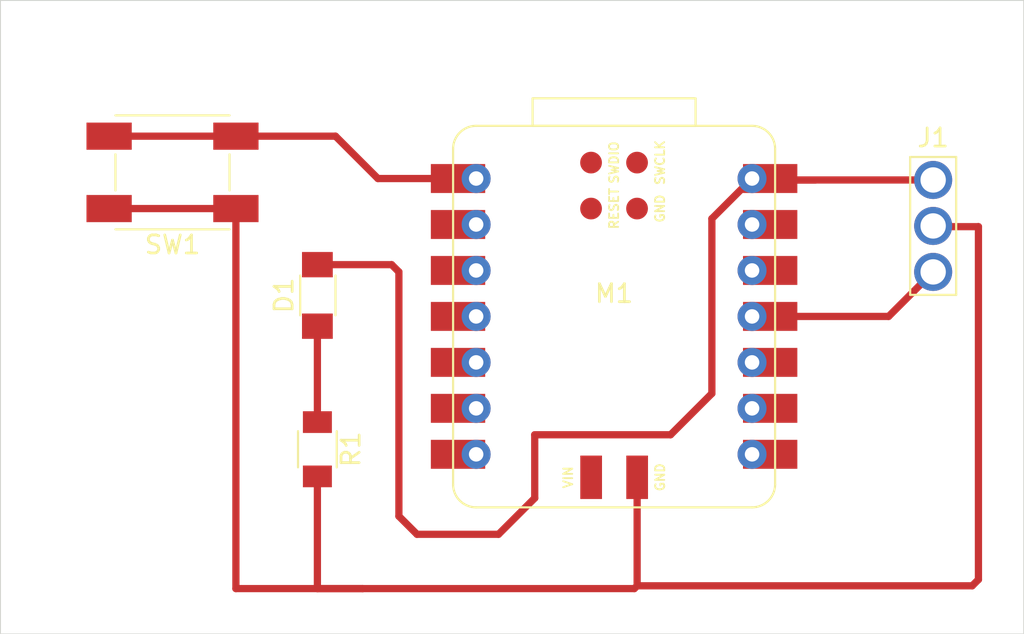
<source format=kicad_pcb>
(kicad_pcb (version 20241229) (generator "pcbnew") (generator_version "9.0")
  (layers (0 "F.Cu" signal) (2 "B.Cu" signal) (13 "F.Paste" user) (15 "B.Paste" user) (5 "F.SilkS" user "F.Silkscreen") (7 "B.SilkS" user "B.Silkscreen") (1 "F.Mask" user) (3 "B.Mask" user) (25 "Edge.Cuts" user))
  (net 0 "")
  (net 1 "Net-(D1-K)")
  (net 2 "Net-(D1-A)")
  (net 3 "Net-(J1-Pin_3)")
  (net 4 "Net-(J1-Pin_2)")
  (net 19 "Net-(M1-D0)")
  (net 21 "unconnected-(M1-GND-Pad13)")
  (footprint "fab:R_1206" (layer "F.Cu") (at 107.5 89.8 -90)
    (property "Reference" "R1" (at 0 -1.85 90) (layer "F.SilkS"))
    (property "Value" "220")
    (fp_line (start 1 1.07) (end -1 1.07) (stroke (width 0.12)) (layer "F.SilkS"))
    (fp_line (start -1 -1.07) (end 1 -1.07) (stroke (width 0.12)) (layer "F.SilkS"))
    (pad "1" smd rect (at -1.5 0 270) (size 1.2 1.6) (layers "F.Cu" "F.Mask" "F.Paste") (net 1 "Net-(D1-K)"))
    (pad "2" smd rect (at 1.5 0 270) (size 1.2 1.6) (layers "F.Cu" "F.Mask" "F.Paste") (net 4 "Net-(J1-Pin_2)"))
  )
  (footprint "fab:LED_1206" (layer "F.Cu") (at 107.5 81.3 90)
    (property "Reference" "D1" (at 0 -1.85 90) (layer "F.SilkS"))
    (property "Value" "LED_1206")
    (fp_line (start -1.1 -0.95) (end 1.1 -0.95) (stroke (width 0.12)) (layer "F.SilkS"))
    (fp_line (start -1.1 1) (end 1.1 1) (stroke (width 0.12)) (layer "F.SilkS"))
    (pad "1" smd rect (at -1.7 0 90) (size 1.4 1.7) (layers "F.Cu" "F.Mask" "F.Paste") (net 1 "Net-(D1-K)"))
    (pad "2" smd rect (at 1.7 0 90) (size 1.4 1.7) (layers "F.Cu" "F.Mask" "F.Paste") (net 2 "Net-(D1-A)"))
  )
  (footprint "fab:PinHeader_01x03_P2.54mm_Vertical_THT_D1.4mm" (layer "F.Cu") (at 141.5 74.92)
    (property "Reference" "J1" (at 0 -2.33 0) (layer "F.SilkS"))
    (property "Value" "Connector")
    (fp_line (start -1.27 -1.27) (end -1.27 6.35) (stroke (width 0.12)) (layer "F.SilkS"))
    (fp_line (start -1.27 -1.27) (end 1.27 -1.27) (stroke (width 0.12)) (layer "F.SilkS"))
    (fp_line (start -1.27 6.35) (end 1.27 6.35) (stroke (width 0.12)) (layer "F.SilkS"))
    (fp_line (start 1.27 -1.27) (end 1.27 6.35) (stroke (width 0.12)) (layer "F.SilkS"))
    (pad "1" thru_hole circle (at 0 0) (size 2.1 2.1) (drill 1.4) (layers "*.Cu" "*.Mask") (net 2 "Net-(D1-A)"))
    (pad "2" thru_hole circle (at 0 2.54) (size 2.1 2.1) (drill 1.4) (layers "*.Cu" "*.Mask") (net 4 "Net-(J1-Pin_2)"))
    (pad "3" thru_hole circle (at 0 5.08) (size 2.1 2.1) (drill 1.4) (layers "*.Cu" "*.Mask") (net 3 "Net-(J1-Pin_3)"))
  )
  (footprint "fab:Button_Omron_B3SN_6.0x6.0mm" (layer "F.Cu") (at 99.5 74.5 180)
    (property "Reference" "SW1" (at 0 -4 0) (layer "F.SilkS"))
    (property "Value" "Switch_Tactile_Omron")
    (fp_line (start 3.15 3.15) (end -3.15 3.15) (stroke (width 0.12)) (layer "F.SilkS"))
    (fp_line (start 3.15 -1) (end 3.15 1) (stroke (width 0.12)) (layer "F.SilkS"))
    (fp_line (start -3.15 1) (end -3.15 -1) (stroke (width 0.12)) (layer "F.SilkS"))
    (fp_line (start -3.15 -3.15) (end 3.15 -3.15) (stroke (width 0.12)) (layer "F.SilkS"))
    (pad "1" smd rect (at -3.5 -2 180) (size 2.5 1.5) (layers "F.Cu" "F.Mask" "F.Paste") (net 4 "Net-(J1-Pin_2)"))
    (pad "1" smd rect (at 3.5 -2 180) (size 2.5 1.5) (layers "F.Cu" "F.Mask" "F.Paste") (net 4 "Net-(J1-Pin_2)"))
    (pad "2" smd rect (at -3.5 2 180) (size 2.5 1.5) (layers "F.Cu" "F.Mask" "F.Paste") (net 19 "Net-(M1-D0)"))
    (pad "2" smd rect (at 3.5 2 180) (size 2.5 1.5) (layers "F.Cu" "F.Mask" "F.Paste") (net 19 "Net-(M1-D0)"))
  )
  (footprint "fab:SeeedStudio_XIAO_RP2040" (layer "F.Cu") (at 123.88 82.46)
    (property "Reference" "M1" (at 0 -1.27 0) (layer "F.SilkS"))
    (property "Value" "Module_XIAO-RP2040")
    (fp_line (start -8.8875 9.281) (end -8.8875 -9.261) (stroke (width 0.12)) (layer "F.SilkS"))
    (fp_line (start -7.6175 -10.531) (end 7.6225 -10.531) (stroke (width 0.12)) (layer "F.SilkS"))
    (fp_line (start 7.6225 10.551) (end -7.6175 10.551) (stroke (width 0.12)) (layer "F.SilkS"))
    (fp_line (start 8.8925 -9.261) (end 8.8925 9.281) (stroke (width 0.12)) (layer "F.SilkS"))
    (fp_rect (start -4.4975 -10.531) (end 4.5025 -12.055) (stroke (width 0.12)) (fill no) (layer "F.SilkS"))
    (fp_arc (start -8.8875 -9.261) (mid -8.515526 -10.159026) (end -7.6175 -10.531) (stroke (width 0.12)) (layer "F.SilkS"))
    (fp_arc (start -7.6175 10.551) (mid -8.515526 10.179026) (end -8.8875 9.281) (stroke (width 0.12)) (layer "F.SilkS"))
    (fp_arc (start 7.6225 -10.531) (mid 8.520526 -10.159026) (end 8.8925 -9.261) (stroke (width 0.12)) (layer "F.SilkS"))
    (fp_arc (start 8.8925 9.281) (mid 8.520526 10.179026) (end 7.6225 10.551) (stroke (width 0.12)) (layer "F.SilkS"))
    (fp_text user "RESET" (at 0 -5.96 90) (layer "F.SilkS") (effects (font (size 0.5 0.5) (thickness 0.1) (bold yes))))
    (fp_text user "GND" (at 2.54 -5.96 90) (layer "F.SilkS") (effects (font (size 0.5 0.5) (thickness 0.1) (bold yes))))
    (fp_text user "VIN" (at -2.535 8.89 90) (layer "F.SilkS") (effects (font (size 0.5 0.5) (thickness 0.1) (bold yes))))
    (fp_text user "GND" (at 2.545 8.89 90) (layer "F.SilkS") (effects (font (size 0.5 0.5) (thickness 0.1) (bold yes))))
    (fp_text user "SWCLK" (at 2.54 -8.5 90) (layer "F.SilkS") (effects (font (size 0.5 0.5) (thickness 0.1) (bold yes))))
    (fp_text user "SWDIO" (at 0 -8.5 90) (layer "F.SilkS") (effects (font (size 0.5 0.5) (thickness 0.1) (bold yes))))
    (pad "1" thru_hole circle (at -7.615 -7.62) (size 1.6 1.6) (drill 0.8) (layers "*.Cu" "*.Mask") (net 19 "Net-(M1-D0)"))
    (pad "1" smd rect (at -7.615 -7.62) (size 3 1.6) (drill (offset -1 0)) (layers "F.Cu" "F.Mask" "F.Paste") (net 19 "Net-(M1-D0)"))
    (pad "2" thru_hole circle (at -7.615 -5.08) (size 1.6 1.6) (drill 0.8) (layers "*.Cu" "*.Mask"))
    (pad "2" smd rect (at -7.615 -5.08) (size 3 1.6) (drill (offset -1 0)) (layers "F.Cu" "F.Mask" "F.Paste"))
    (pad "3" thru_hole circle (at -7.615 -2.54) (size 1.6 1.6) (drill 0.8) (layers "*.Cu" "*.Mask"))
    (pad "3" smd rect (at -7.615 -2.54) (size 3 1.6) (drill (offset -1 0)) (layers "F.Cu" "F.Mask" "F.Paste"))
    (pad "4" thru_hole circle (at -7.615 0) (size 1.6 1.6) (drill 0.8) (layers "*.Cu" "*.Mask"))
    (pad "4" smd rect (at -7.615 0) (size 3 1.6) (drill (offset -1 0)) (layers "F.Cu" "F.Mask" "F.Paste"))
    (pad "5" thru_hole circle (at -7.615 2.54) (size 1.6 1.6) (drill 0.8) (layers "*.Cu" "*.Mask"))
    (pad "5" smd rect (at -7.615 2.54) (size 3 1.6) (drill (offset -1 0)) (layers "F.Cu" "F.Mask" "F.Paste"))
    (pad "6" thru_hole circle (at -7.615 5.08) (size 1.6 1.6) (drill 0.8) (layers "*.Cu" "*.Mask"))
    (pad "6" smd rect (at -7.615 5.08) (size 3 1.6) (drill (offset -1 0)) (layers "F.Cu" "F.Mask" "F.Paste"))
    (pad "7" thru_hole circle (at -7.615 7.62) (size 1.6 1.6) (drill 0.8) (layers "*.Cu" "*.Mask"))
    (pad "7" smd rect (at -7.615 7.62) (size 3 1.6) (drill (offset -1 0)) (layers "F.Cu" "F.Mask" "F.Paste"))
    (pad "8" thru_hole circle (at 7.62 7.62) (size 1.6 1.6) (drill 0.8) (layers "*.Cu" "*.Mask"))
    (pad "8" smd rect (at 7.62 7.62) (size 3 1.6) (drill (offset 1 0)) (layers "F.Cu" "F.Mask" "F.Paste"))
    (pad "9" thru_hole circle (at 7.62 5.08) (size 1.6 1.6) (drill 0.8) (layers "*.Cu" "*.Mask"))
    (pad "9" smd rect (at 7.62 5.08) (size 3 1.6) (drill (offset 1 0)) (layers "F.Cu" "F.Mask" "F.Paste"))
    (pad "10" thru_hole circle (at 7.62 2.54) (size 1.6 1.6) (drill 0.8) (layers "*.Cu" "*.Mask"))
    (pad "10" smd rect (at 7.62 2.54) (size 3 1.6) (drill (offset 1 0)) (layers "F.Cu" "F.Mask" "F.Paste"))
    (pad "11" thru_hole circle (at 7.62 0) (size 1.6 1.6) (drill 0.8) (layers "*.Cu" "*.Mask") (net 3 "Net-(J1-Pin_3)"))
    (pad "11" smd rect (at 7.62 0) (size 3 1.6) (drill (offset 1 0)) (layers "F.Cu" "F.Mask" "F.Paste") (net 3 "Net-(J1-Pin_3)"))
    (pad "12" thru_hole circle (at 7.62 -2.54) (size 1.6 1.6) (drill 0.8) (layers "*.Cu" "*.Mask"))
    (pad "12" smd rect (at 7.62 -2.54) (size 3 1.6) (drill (offset 1 0)) (layers "F.Cu" "F.Mask" "F.Paste"))
    (pad "13" thru_hole circle (at 7.62 -5.08) (size 1.6 1.6) (drill 0.8) (layers "*.Cu" "*.Mask") (net 21 "unconnected-(M1-GND-Pad13)"))
    (pad "13" smd rect (at 7.62 -5.08) (size 3 1.6) (drill (offset 1 0)) (layers "F.Cu" "F.Mask" "F.Paste") (net 21 "unconnected-(M1-GND-Pad13)"))
    (pad "14" thru_hole circle (at 7.62 -7.62) (size 1.6 1.6) (drill 0.8) (layers "*.Cu" "*.Mask") (net 2 "Net-(D1-A)"))
    (pad "14" smd rect (at 7.62 -7.62) (size 3 1.6) (drill (offset 1 0)) (layers "F.Cu" "F.Mask" "F.Paste") (net 2 "Net-(D1-A)"))
    (pad "15" smd rect (at 1.275 8.89 270) (size 2.4 1.2) (layers "F.Cu" "F.Mask" "F.Paste") (net 4 "Net-(J1-Pin_2)"))
    (pad "16" smd rect (at -1.265 8.89 270) (size 2.4 1.2) (layers "F.Cu" "F.Mask" "F.Paste"))
    (pad "17" smd circle (at -1.27 -8.5) (size 1.2 1.2) (layers "F.Cu" "F.Mask" "F.Paste"))
    (pad "18" smd circle (at -1.27 -5.96) (size 1.2 1.2) (layers "F.Cu" "F.Mask" "F.Paste"))
    (pad "19" smd circle (at 1.27 -5.96) (size 1.2 1.2) (layers "F.Cu" "F.Mask" "F.Paste"))
    (pad "20" smd circle (at 1.27 -8.5) (size 1.2 1.2) (layers "F.Cu" "F.Mask" "F.Paste"))
  )
  (gr_rect (start 90 65) (end 146.5 100) (stroke (width 0.05)) (fill no) (layer "Edge.Cuts"))
  (segment (start 107.5 88.3) (end 107.5 83) (width 0.4) (layer "F.Cu") (net 1))
  (segment (start 135 74.92) (end 131.58 74.92) (width 0.4) (layer "F.Cu") (net 2))
  (segment (start 113 94.5) (end 112 93.5) (width 0.4) (layer "F.Cu") (net 2))
  (segment (start 131.5 74.84) (end 129.281 77.059) (width 0.4) (layer "F.Cu") (net 2))
  (segment (start 119.5 92.5) (end 117.5 94.5) (width 0.4) (layer "F.Cu") (net 2))
  (segment (start 141.5 74.92) (end 131.58 74.92) (width 0.4) (layer "F.Cu") (net 2))
  (segment (start 129.281 77.059) (end 129.281 86.719) (width 0.4) (layer "F.Cu") (net 2))
  (segment (start 112 93.5) (end 112 80) (width 0.4) (layer "F.Cu") (net 2))
  (segment (start 117.5 94.5) (end 113 94.5) (width 0.4) (layer "F.Cu") (net 2))
  (segment (start 129.281 86.719) (end 127 89) (width 0.4) (layer "F.Cu") (net 2))
  (segment (start 131.58 74.92) (end 131.5 74.84) (width 0.4) (layer "F.Cu") (net 2))
  (segment (start 119.5 89) (end 119.5 92.5) (width 0.4) (layer "F.Cu") (net 2))
  (segment (start 127 89) (end 119.5 89) (width 0.4) (layer "F.Cu") (net 2))
  (segment (start 111.6 79.6) (end 112 80) (width 0.4) (layer "F.Cu") (net 2))
  (segment (start 107.5 79.6) (end 111.6 79.6) (width 0.4) (layer "F.Cu") (net 2))
  (segment (start 141.5 80) (end 139.04 82.46) (width 0.4) (layer "F.Cu") (net 3))
  (segment (start 139.04 82.46) (end 131.5 82.46) (width 0.4) (layer "F.Cu") (net 3))
  (segment (start 144 97) (end 144 77.5) (width 0.4) (layer "F.Cu") (net 4))
  (segment (start 125.155 97.345) (end 143.655 97.345) (width 0.4) (layer "F.Cu") (net 4))
  (segment (start 144 77.5) (end 141.54 77.5) (width 0.4) (layer "F.Cu") (net 4))
  (segment (start 125.155 97.345) (end 125.155 91.35) (width 0.4) (layer "F.Cu") (net 4))
  (segment (start 103 76.5) (end 96 76.5) (width 0.4) (layer "F.Cu") (net 4))
  (segment (start 110 97.5) (end 125 97.5) (width 0.4) (layer "F.Cu") (net 4))
  (segment (start 103 97.5) (end 110 97.5) (width 0.4) (layer "F.Cu") (net 4))
  (segment (start 107.5 91.3) (end 107.5 97.5) (width 0.4) (layer "F.Cu") (net 4))
  (segment (start 143.655 97.345) (end 144 97) (width 0.4) (layer "F.Cu") (net 4))
  (segment (start 125 97.5) (end 125.155 97.345) (width 0.4) (layer "F.Cu") (net 4))
  (segment (start 103 76.5) (end 103 97.5) (width 0.4) (layer "F.Cu") (net 4))
  (segment (start 107.5 97.5) (end 110 97.5) (width 0.4) (layer "F.Cu") (net 4))
  (segment (start 141.54 77.5) (end 141.5 77.46) (width 0.4) (layer "F.Cu") (net 4))
  (segment (start 96 72.5) (end 103 72.5) (width 0.4) (layer "F.Cu") (net 19))
  (segment (start 116.265 74.84) (end 110.84 74.84) (width 0.4) (layer "F.Cu") (net 19))
  (segment (start 110.84 74.84) (end 108.5 72.5) (width 0.4) (layer "F.Cu") (net 19))
  (segment (start 108.5 72.5) (end 103 72.5) (width 0.4) (layer "F.Cu") (net 19))
  (segment (start 131.58 77.46) (end 131.5 77.38) (width 0.4) (layer "F.Cu") (net 21))
)
</source>
